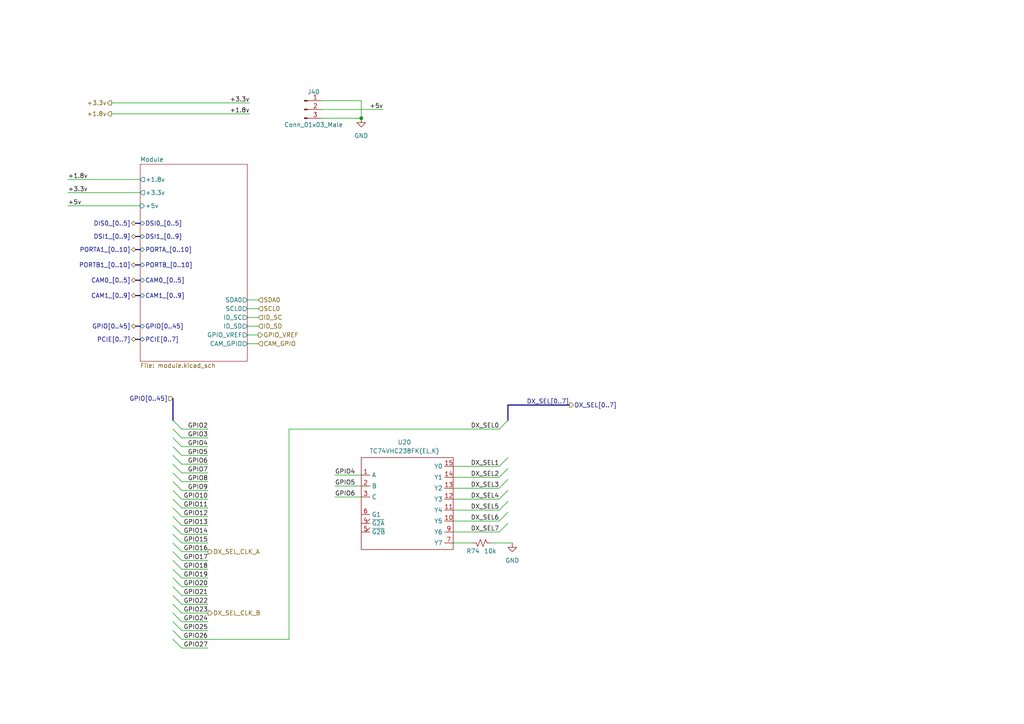
<source format=kicad_sch>
(kicad_sch (version 20210126) (generator eeschema)
  (paper "A4")
  (lib_symbols
    (symbol "Connector:Conn_01x03_Male" (pin_names (offset 1.016) hide)
      (property "Reference" "J" (at 0 5.08 0))
      (property "Value" "Conn_01x03_Male" (at 0 -5.08 0))
      (symbol "Conn_01x03_Male_1_1"
        (rectangle (start 0.8636 -2.413) (end 0 -2.667) (stroke (width 0.1524)) (fill (type outline)))
        (rectangle (start 0.8636 0.127) (end 0 -0.127) (stroke (width 0.1524)) (fill (type outline)))
        (rectangle (start 0.8636 2.667) (end 0 2.413) (stroke (width 0.1524)) (fill (type outline)))
        (polyline (pts (xy 1.27 -2.54) (xy 0.8636 -2.54)) (stroke (width 0.1524)))
        (polyline (pts (xy 1.27 0) (xy 0.8636 0)) (stroke (width 0.1524)))
        (polyline (pts (xy 1.27 2.54) (xy 0.8636 2.54)) (stroke (width 0.1524)))
        (pin passive line (at 5.08 2.54 180) (length 3.81) (name "Pin_1") (number "1"))
        (pin passive line (at 5.08 0 180) (length 3.81) (name "Pin_2") (number "2"))
        (pin passive line (at 5.08 -2.54 180) (length 3.81) (name "Pin_3") (number "3"))
      )
    )
    (symbol "DPSwitch-rescue:R_Small_US-device" (pin_numbers hide) (pin_names (offset 0.254) hide)
      (property "Reference" "R" (at 0.762 0.508 0))
      (property "Value" "R_Small_US-device" (at 0.762 -1.016 0))
      (symbol "R_Small_US-device_1_1"
        (polyline (pts (xy 0 0) (xy 1.016 -0.381) (xy 0 -0.762) (xy -1.016 -1.143) (xy 0 -1.524)))
        (polyline (pts (xy 0 1.524) (xy 1.016 1.143) (xy 0 0.762) (xy -1.016 0.381) (xy 0 0)))
        (pin passive line (at 0 2.54 270) (length 1.016) (name "~") (number "1"))
        (pin passive line (at 0 -2.54 90) (length 1.016) (name "~") (number "2"))
      )
    )
    (symbol "ioboard:TC74VHC238FK(EL,K)"
      (property "Reference" "U" (at -1.905 12.7 0))
      (property "Value" "TC74VHC238FK(EL,K)" (at 0 -17.145 0))
      (symbol "TC74VHC238FK(EL,K)_0_0"
        (text "" (at -16.51 6.35 0) (effects (font (size 1.27 1.27))))
      )
      (symbol "TC74VHC238FK(EL,K)_0_1"
        (rectangle (start -14.605 11.43) (end 12.065 -15.24) (stroke (width 0.1524)))
      )
      (symbol "TC74VHC238FK(EL,K)_1_1"
        (pin input line (at -14.605 6.35 0) (length 2.54) (name "A") (number "1"))
        (pin output line (at 12.065 -6.985 180) (length 2.54) (name "Y5") (number "10"))
        (pin output line (at 12.065 -3.81 180) (length 2.54) (name "Y4") (number "11"))
        (pin output line (at 12.065 -0.635 180) (length 2.54) (name "Y3") (number "12"))
        (pin output line (at 12.065 2.54 180) (length 2.54) (name "Y2") (number "13"))
        (pin output line (at 12.065 5.715 180) (length 2.54) (name "Y1") (number "14"))
        (pin output line (at 12.065 8.89 180) (length 2.54) (name "Y0") (number "15"))
        (pin input line (at -14.605 3.175 0) (length 2.54) (name "B") (number "2"))
        (pin input line (at -14.605 0 0) (length 2.54) (name "C") (number "3"))
        (pin input output_low (at -14.605 -7.62 0) (length 2.54) (name "~G2A") (number "4"))
        (pin input output_low (at -14.605 -10.16 0) (length 2.54) (name "~G2B") (number "5"))
        (pin input line (at -14.605 -5.08 0) (length 2.54) (name "G1") (number "6"))
        (pin output line (at 12.065 -13.335 180) (length 2.54) (name "Y7") (number "7"))
        (pin output line (at 12.065 -10.16 180) (length 2.54) (name "Y6") (number "9"))
      )
    )
    (symbol "power:GND" (power) (pin_names (offset 0))
      (property "Value" "GND" (at 0 -3.81 0))
      (symbol "GND_0_1"
        (polyline (pts (xy 0 0) (xy 0 -1.27) (xy 1.27 -1.27) (xy 0 -2.54) (xy -1.27 -1.27) (xy 0 -1.27)))
      )
      (symbol "GND_1_1"
        (pin power_in line (at 0 0 270) (length 0) hide (name "GND") (number "1"))
      )
    )
  )
  (junction (at 104.775 34.29) (diameter 0.9144))
  (bus_entry (at 50.165 121.92) (size 2.54 2.54) (stroke (width 0.1524)))
  (bus_entry (at 50.165 124.46) (size 2.54 2.54) (stroke (width 0.1524)))
  (bus_entry (at 50.165 127) (size 2.54 2.54) (stroke (width 0.1524)))
  (bus_entry (at 50.165 129.54) (size 2.54 2.54) (stroke (width 0.1524)))
  (bus_entry (at 50.165 132.08) (size 2.54 2.54) (stroke (width 0.1524)))
  (bus_entry (at 50.165 134.62) (size 2.54 2.54) (stroke (width 0.1524)))
  (bus_entry (at 50.165 137.16) (size 2.54 2.54) (stroke (width 0.1524)))
  (bus_entry (at 50.165 139.7) (size 2.54 2.54) (stroke (width 0.1524)))
  (bus_entry (at 50.165 142.24) (size 2.54 2.54) (stroke (width 0.1524)))
  (bus_entry (at 50.165 144.78) (size 2.54 2.54) (stroke (width 0.1524)))
  (bus_entry (at 50.165 147.32) (size 2.54 2.54) (stroke (width 0.1524)))
  (bus_entry (at 50.165 149.86) (size 2.54 2.54) (stroke (width 0.1524)))
  (bus_entry (at 50.165 152.4) (size 2.54 2.54) (stroke (width 0.1524)))
  (bus_entry (at 50.165 154.94) (size 2.54 2.54) (stroke (width 0.1524)))
  (bus_entry (at 50.165 157.48) (size 2.54 2.54) (stroke (width 0.1524)))
  (bus_entry (at 50.165 160.02) (size 2.54 2.54) (stroke (width 0.1524)))
  (bus_entry (at 50.165 162.56) (size 2.54 2.54) (stroke (width 0.1524)))
  (bus_entry (at 50.165 165.1) (size 2.54 2.54) (stroke (width 0.1524)))
  (bus_entry (at 50.165 167.64) (size 2.54 2.54) (stroke (width 0.1524)))
  (bus_entry (at 50.165 170.18) (size 2.54 2.54) (stroke (width 0.1524)))
  (bus_entry (at 50.165 172.72) (size 2.54 2.54) (stroke (width 0.1524)))
  (bus_entry (at 50.165 175.26) (size 2.54 2.54) (stroke (width 0.1524)))
  (bus_entry (at 50.165 177.8) (size 2.54 2.54) (stroke (width 0.1524)))
  (bus_entry (at 50.165 180.34) (size 2.54 2.54) (stroke (width 0.1524)))
  (bus_entry (at 50.165 182.88) (size 2.54 2.54) (stroke (width 0.1524)))
  (bus_entry (at 50.165 185.42) (size 2.54 2.54) (stroke (width 0.1524)))
  (bus_entry (at 147.32 121.92) (size -2.54 2.54) (stroke (width 0.1524)))
  (bus_entry (at 147.32 132.715) (size -2.54 2.54) (stroke (width 0.1524)))
  (bus_entry (at 147.32 135.89) (size -2.54 2.54) (stroke (width 0.1524)))
  (bus_entry (at 147.32 139.065) (size -2.54 2.54) (stroke (width 0.1524)))
  (bus_entry (at 147.32 142.24) (size -2.54 2.54) (stroke (width 0.1524)))
  (bus_entry (at 147.32 145.415) (size -2.54 2.54) (stroke (width 0.1524)))
  (bus_entry (at 147.32 148.59) (size -2.54 2.54) (stroke (width 0.1524)))
  (bus_entry (at 147.32 151.765) (size -2.54 2.54) (stroke (width 0.1524)))
  (wire (pts (xy 19.685 52.07) (xy 40.64 52.07)))
  (wire (pts (xy 19.685 55.88) (xy 40.64 55.88)))
  (wire (pts (xy 19.685 59.69) (xy 40.64 59.69)))
  (wire (pts (xy 32.385 29.845) (xy 72.39 29.845)))
  (wire (pts (xy 32.385 33.02) (xy 72.39 33.02)))
  (wire (pts (xy 52.705 124.46) (xy 60.325 124.46)))
  (wire (pts (xy 52.705 127) (xy 60.325 127)))
  (wire (pts (xy 52.705 129.54) (xy 60.325 129.54)))
  (wire (pts (xy 52.705 132.08) (xy 60.325 132.08)))
  (wire (pts (xy 52.705 134.62) (xy 60.325 134.62)))
  (wire (pts (xy 52.705 137.16) (xy 60.325 137.16)))
  (wire (pts (xy 52.705 139.7) (xy 60.325 139.7)))
  (wire (pts (xy 52.705 142.24) (xy 60.325 142.24)))
  (wire (pts (xy 52.705 144.78) (xy 60.325 144.78)))
  (wire (pts (xy 52.705 147.32) (xy 60.325 147.32)))
  (wire (pts (xy 52.705 149.86) (xy 60.325 149.86)))
  (wire (pts (xy 52.705 152.4) (xy 60.325 152.4)))
  (wire (pts (xy 52.705 154.94) (xy 60.325 154.94)))
  (wire (pts (xy 52.705 157.48) (xy 60.325 157.48)))
  (wire (pts (xy 52.705 160.02) (xy 60.325 160.02)))
  (wire (pts (xy 52.705 162.56) (xy 60.325 162.56)))
  (wire (pts (xy 52.705 165.1) (xy 60.325 165.1)))
  (wire (pts (xy 52.705 167.64) (xy 60.325 167.64)))
  (wire (pts (xy 52.705 170.18) (xy 60.325 170.18)))
  (wire (pts (xy 52.705 172.72) (xy 60.325 172.72)))
  (wire (pts (xy 52.705 175.26) (xy 60.325 175.26)))
  (wire (pts (xy 52.705 177.8) (xy 60.325 177.8)))
  (wire (pts (xy 52.705 180.34) (xy 60.325 180.34)))
  (wire (pts (xy 52.705 182.88) (xy 60.325 182.88)))
  (wire (pts (xy 52.705 185.42) (xy 83.82 185.42)))
  (wire (pts (xy 52.705 187.96) (xy 60.325 187.96)))
  (wire (pts (xy 71.755 86.995) (xy 74.93 86.995)))
  (wire (pts (xy 71.755 89.535) (xy 74.93 89.535)))
  (wire (pts (xy 71.755 92.075) (xy 74.93 92.075)))
  (wire (pts (xy 71.755 94.615) (xy 74.93 94.615)))
  (wire (pts (xy 71.755 97.155) (xy 74.93 97.155)))
  (wire (pts (xy 71.755 99.695) (xy 74.93 99.695)))
  (wire (pts (xy 83.82 124.46) (xy 144.78 124.46)))
  (wire (pts (xy 83.82 185.42) (xy 83.82 124.46)))
  (wire (pts (xy 93.345 29.21) (xy 104.775 29.21)))
  (wire (pts (xy 93.345 31.75) (xy 111.125 31.75)))
  (wire (pts (xy 93.345 34.29) (xy 104.775 34.29)))
  (wire (pts (xy 104.775 29.21) (xy 104.775 34.29)))
  (wire (pts (xy 104.775 137.795) (xy 97.155 137.795)))
  (wire (pts (xy 104.775 140.97) (xy 97.155 140.97)))
  (wire (pts (xy 104.775 144.145) (xy 97.155 144.145)))
  (wire (pts (xy 131.445 135.255) (xy 144.78 135.255)))
  (wire (pts (xy 131.445 138.43) (xy 144.78 138.43)))
  (wire (pts (xy 131.445 141.605) (xy 144.78 141.605)))
  (wire (pts (xy 131.445 144.78) (xy 144.78 144.78)))
  (wire (pts (xy 131.445 147.955) (xy 144.78 147.955)))
  (wire (pts (xy 131.445 151.13) (xy 144.78 151.13)))
  (wire (pts (xy 131.445 154.305) (xy 144.78 154.305)))
  (wire (pts (xy 131.445 157.48) (xy 137.16 157.48)))
  (wire (pts (xy 142.24 157.48) (xy 148.59 157.48)))
  (bus (pts (xy 39.37 64.77) (xy 40.64 64.77)))
  (bus (pts (xy 39.37 68.58) (xy 40.64 68.58)))
  (bus (pts (xy 39.37 72.39) (xy 40.64 72.39)))
  (bus (pts (xy 39.37 76.835) (xy 40.64 76.835)))
  (bus (pts (xy 39.37 81.28) (xy 40.64 81.28)))
  (bus (pts (xy 39.37 85.725) (xy 40.64 85.725)))
  (bus (pts (xy 39.37 94.615) (xy 40.64 94.615)))
  (bus (pts (xy 39.37 98.425) (xy 40.64 98.425)))
  (bus (pts (xy 50.165 115.57) (xy 50.165 185.42)))
  (bus (pts (xy 147.32 117.475) (xy 147.32 151.765)))
  (bus (pts (xy 147.32 117.475) (xy 165.1 117.475)))
  (label "+1.8v" (at 19.685 52.07 0))
  (label "+3.3v" (at 19.685 55.88 0))
  (label "+5v" (at 19.685 59.69 0))
  (label "GPIO2" (at 60.325 124.46 180))
  (label "GPIO3" (at 60.325 127 180))
  (label "GPIO4" (at 60.325 129.54 180))
  (label "GPIO5" (at 60.325 132.08 180))
  (label "GPIO6" (at 60.325 134.62 180))
  (label "GPIO7" (at 60.325 137.16 180))
  (label "GPIO8" (at 60.325 139.7 180))
  (label "GPIO9" (at 60.325 142.24 180))
  (label "GPIO10" (at 60.325 144.78 180))
  (label "GPIO11" (at 60.325 147.32 180))
  (label "GPIO12" (at 60.325 149.86 180))
  (label "GPIO13" (at 60.325 152.4 180))
  (label "GPIO14" (at 60.325 154.94 180))
  (label "GPIO15" (at 60.325 157.48 180))
  (label "GPIO16" (at 60.325 160.02 180))
  (label "GPIO17" (at 60.325 162.56 180))
  (label "GPIO18" (at 60.325 165.1 180))
  (label "GPIO19" (at 60.325 167.64 180))
  (label "GPIO20" (at 60.325 170.18 180))
  (label "GPIO21" (at 60.325 172.72 180))
  (label "GPIO22" (at 60.325 175.26 180))
  (label "GPIO23" (at 60.325 177.8 180))
  (label "GPIO24" (at 60.325 180.34 180))
  (label "GPIO25" (at 60.325 182.88 180))
  (label "GPIO26" (at 60.325 185.42 180))
  (label "GPIO27" (at 60.325 187.96 180))
  (label "+3.3v" (at 72.39 29.845 180))
  (label "+1.8v" (at 72.39 33.02 180))
  (label "GPIO4" (at 97.155 137.795 0))
  (label "GPIO5" (at 97.155 140.97 0))
  (label "GPIO6" (at 97.155 144.145 0))
  (label "+5v" (at 111.125 31.75 180))
  (label "DX_SEL0" (at 144.78 124.46 180))
  (label "DX_SEL1" (at 144.78 135.255 180))
  (label "DX_SEL2" (at 144.78 138.43 180))
  (label "DX_SEL3" (at 144.78 141.605 180))
  (label "DX_SEL4" (at 144.78 144.78 180))
  (label "DX_SEL5" (at 144.78 147.955 180))
  (label "DX_SEL6" (at 144.78 151.13 180))
  (label "DX_SEL7" (at 144.78 154.305 180))
  (label "DX_SEL[0..7]" (at 165.1 117.475 180))
  (hierarchical_label "+3.3v" (shape output) (at 32.385 29.845 180))
  (hierarchical_label "+1.8v" (shape output) (at 32.385 33.02 180))
  (hierarchical_label "DIS0_[0..5]" (shape bidirectional) (at 39.37 64.77 180))
  (hierarchical_label "DSI1_[0..9]" (shape bidirectional) (at 39.37 68.58 180))
  (hierarchical_label "PORTA1_[0..10]" (shape bidirectional) (at 39.37 72.39 180))
  (hierarchical_label "PORTB1_[0..10]" (shape bidirectional) (at 39.37 76.835 180))
  (hierarchical_label "CAM0_[0..5]" (shape bidirectional) (at 39.37 81.28 180))
  (hierarchical_label "CAM1_[0..9]" (shape bidirectional) (at 39.37 85.725 180))
  (hierarchical_label "GPIO[0..45]" (shape bidirectional) (at 39.37 94.615 180))
  (hierarchical_label "PCIE[0..7]" (shape bidirectional) (at 39.37 98.425 180))
  (hierarchical_label "GPIO[0..45]" (shape input) (at 50.165 115.57 180))
  (hierarchical_label "DX_SEL_CLK_A" (shape output) (at 60.325 160.02 0))
  (hierarchical_label "DX_SEL_CLK_B" (shape output) (at 60.325 177.8 0))
  (hierarchical_label "SDA0" (shape input) (at 74.93 86.995 0))
  (hierarchical_label "SCL0" (shape input) (at 74.93 89.535 0))
  (hierarchical_label "ID_SC" (shape input) (at 74.93 92.075 0))
  (hierarchical_label "ID_SD" (shape input) (at 74.93 94.615 0))
  (hierarchical_label "GPIO_VREF" (shape output) (at 74.93 97.155 0))
  (hierarchical_label "CAM_GPIO" (shape input) (at 74.93 99.695 0))
  (hierarchical_label "DX_SEL[0..7]" (shape output) (at 165.1 117.475 0))
  (symbol (lib_id "power:GND") (at 104.775 34.29 0) (unit 1)
    (property "Reference" "#PWR0119" (effects hide))
    (property "Value" "GND" (at 104.775 39.37 0))
  )
  (symbol (lib_id "power:GND") (at 148.59 157.48 0) (unit 1)
    (property "Reference" "#PWR0120" (effects hide))
    (property "Value" "GND" (at 148.59 162.56 0))
  )
  (symbol (lib_id "DPSwitch-rescue:R_Small_US-device") (at 139.7 157.48 90) (mirror x) (unit 1)
    (property "Reference" "R74" (at 139.1666 159.8422 90) (effects (justify left)))
    (property "Value" "10k" (at 144.018 159.8422 90) (effects (justify left)))
    (property "Footprint" "Resistor_SMD:R_0402_1005Metric" (effects hide))
  )
  (symbol (lib_id "Connector:Conn_01x03_Male") (at 88.265 31.75 0) (unit 1)
    (property "Reference" "J40" (at 90.9574 26.67 0))
    (property "Value" "Conn_01x03_Male" (at 90.9574 36.195 0))
    (property "Footprint" "Connector_PinHeader_2.54mm:PinHeader_1x04_P2.54mm_Vertical" (effects hide))
  )
  (symbol (lib_id "ioboard:TC74VHC238FK(EL,K)") (at 119.38 144.145 0) (unit 1)
    (property "Reference" "U20" (at 117.3083 128.27 0))
    (property "Value" "TC74VHC238FK(EL,K)" (at 117.3083 130.81 0))
    (property "Footprint" "ioboard:TC74VHC238FKEL_K" (effects hide))
    (property "Datasheet" "https://toshiba.semicon-storage.com/info/docget.jsp?did=17815&prodName=TC74VHC238FK" (effects hide))
  )
  (sheet (at 40.64 47.625) (size 31.115 57.15) (stroke (width 0.0006))
    (property "Sheet name" "Module" (at 40.64 46.9893 0) (effects (justify left bottom)))
    (property "Sheet file" "module.kicad_sch" (at 40.64 105.2837 0) (effects (justify left top)))
    (pin "PORTA_[0..10]" bidirectional (at 40.64 72.39 180))
    (pin "+3.3v" output (at 40.64 55.88 180))
    (pin "+1.8v" output (at 40.64 52.07 180))
    (pin "+5v" input (at 40.64 59.69 180))
    (pin "PORTB_[0..10]" bidirectional (at 40.64 76.835 180))
    (pin "DSI0_[0..5]" bidirectional (at 40.64 64.77 180))
    (pin "DSI1_[0..9]" bidirectional (at 40.64 68.58 180))
    (pin "GPIO[0..45]" bidirectional (at 40.64 94.615 180))
    (pin "ID_SC" output (at 71.755 92.075 0))
    (pin "ID_SD" output (at 71.755 94.615 0))
    (pin "GPIO_VREF" output (at 71.755 97.155 0))
    (pin "CAM0_[0..5]" bidirectional (at 40.64 81.28 180))
    (pin "CAM1_[0..9]" bidirectional (at 40.64 85.725 180))
    (pin "PCIE[0..7]" bidirectional (at 40.64 98.425 180))
    (pin "SCL0" output (at 71.755 89.535 0))
    (pin "SDA0" output (at 71.755 86.995 0))
    (pin "CAM_GPIO" output (at 71.755 99.695 0))
  )
)
</source>
